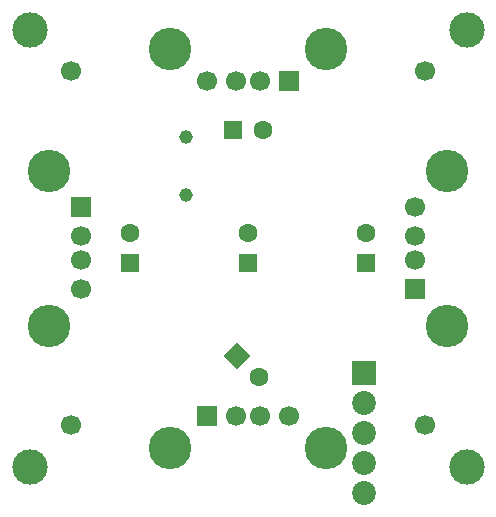
<source format=gbr>
G04 DipTrace 4.1.3.1*
G04 TopMask.gbr*
%MOIN*%
G04 #@! TF.FileFunction,Soldermask,Top*
G04 #@! TF.Part,Single*
%AMOUTLINE23*
4,1,4,
0.0,0.044542,
0.044542,0.0,
0.0,-0.044542,
-0.044542,0.0,
0.0,0.044542,
0*%
%ADD30R,0.062992X0.062992*%
%ADD31C,0.062992*%
%ADD36C,0.11811*%
%ADD37C,0.066929*%
%ADD44C,0.045276*%
%ADD50C,0.141732*%
%ADD52C,0.066929*%
%ADD53R,0.066929X0.066929*%
%ADD54C,0.079528*%
%ADD56R,0.079528X0.079528*%
%ADD85OUTLINE23*%
%FSLAX26Y26*%
G04*
G70*
G90*
G75*
G01*
G04 TopMask*
%LPD*%
D30*
X1673229Y1229528D3*
D31*
X1673228Y1329528D3*
D30*
X885827Y1229528D3*
D31*
Y1329528D3*
D30*
X1229528Y1673228D3*
D31*
X1329528D3*
D85*
X1244172Y921182D3*
D31*
X1314883Y850471D3*
D30*
X1279529Y1229528D3*
D31*
X1279527Y1329528D3*
D36*
X2007874Y2007874D3*
X551181D3*
X2007874Y551181D3*
X551181D3*
D37*
X1870079Y1870079D3*
X688976D3*
Y688976D3*
X1870079D3*
D56*
X1665781Y864195D3*
D54*
X1665784Y764195D3*
X1665786Y664195D3*
X1665789Y564195D3*
X1665791Y464195D3*
D53*
X1837404Y1141728D3*
D52*
X1837402Y1240153D3*
X1837401Y1318893D3*
X1837399Y1417319D3*
D50*
X1944099Y1020864D3*
X1944090Y1538187D3*
D53*
X721654Y1417323D3*
D52*
Y1318898D3*
Y1240157D3*
Y1141732D3*
D50*
X614961Y1538189D3*
Y1020866D3*
D53*
X1417323Y1837402D3*
D52*
X1318898D3*
X1240157D3*
X1141732D3*
D50*
X1538189Y1944094D3*
X1020866D3*
D53*
X1141732Y721654D3*
D52*
X1240157D3*
X1318898D3*
X1417323D3*
D50*
X1020866Y614961D3*
X1538189D3*
D44*
X1073779Y1458184D3*
X1073775Y1650310D3*
M02*

</source>
